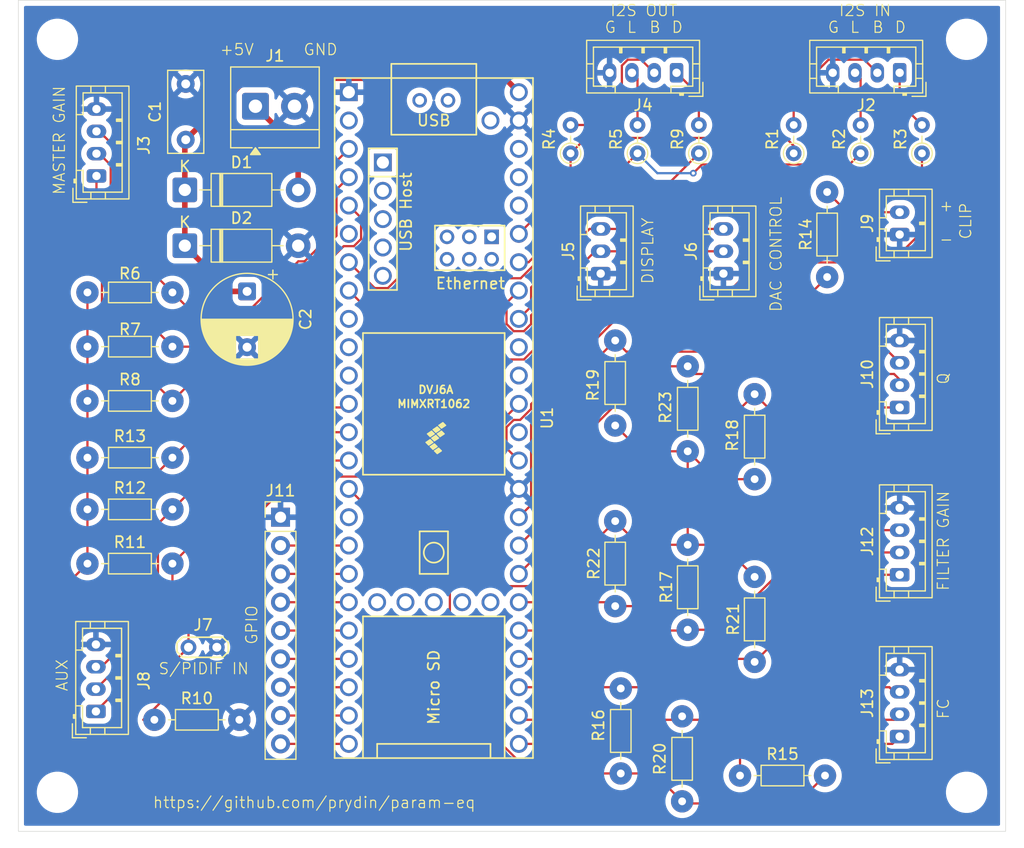
<source format=kicad_pcb>
(kicad_pcb (version 20241229) (generator "pcbnew") (generator_version "9.0")
  (layers (0 "F.Cu" signal) (2 "B.Cu" signal) (13 "F.Paste" user) (15 "B.Paste" user) (5 "F.SilkS" user "F.Silkscreen") (7 "B.SilkS" user "B.Silkscreen") (1 "F.Mask" user) (3 "B.Mask" user) (25 "Edge.Cuts" user))
  (net 0 "")
  (net 1 "/+5V")
  (net 2 "Net-(D1-K)")
  (net 3 "GND")
  (net 4 "+3.3V")
  (net 5 "/SP_B")
  (net 6 "/SP_A")
  (net 7 "/SPBTN")
  (net 8 "/Q_B")
  (net 9 "Net-(U1-13_SCK_LED)")
  (net 10 "/CLIP")
  (net 11 "/FC_B")
  (net 12 "/FC_A")
  (net 13 "/FCBTN")
  (net 14 "/FG")
  (net 15 "/FG_A")
  (net 16 "/FGBTN")
  (net 17 "/Q_A")
  (net 18 "/QBTN")
  (net 19 "/MGBTN")
  (net 20 "/MG_A")
  (net 21 "/MG_B")
  (net 22 "Net-(U1-20_A6_TX5_LRCLK1)")
  (net 23 "/LRCLK_O")
  (net 24 "/BCLK_O")
  (net 25 "/BCLK_I")
  (net 26 "Net-(U1-5_IN2)")
  (net 27 "/DATA_O")
  (net 28 "Net-(U1-6_OUT1D)")
  (net 29 "/DATA_I")
  (net 30 "/LRCLK_I")
  (net 31 "/GPIO4")
  (net 36 "/GPIO6")
  (net 37 "/GPIO8")
  (net 41 "/GPIO2")
  (net 50 "/GPIO1")
  (net 54 "/SDA")
  (net 57 "/SCL")
  (net 60 "/GPIO7")
  (net 64 "/GPIO3")
  (net 65 "/GPIO5")
  (net 71 "Net-(U1-21_A7_RX5_BCLK1)")
  (net 73 "Net-(J7-In)")
  (footprint "MountingHole:MountingHole_3.2mm_M3" (layer "F.Cu") (at 97.5 48.5)
    (property "Reference" "H1" (hide yes))
    (property "Value" "MountingHole")
  )
  (footprint "Resistor_THT:R_Axial_DIN0204_L3.6mm_D1.6mm_P2.54mm_Vertical" (layer "F.Cu") (at 169.5 58.72 90)
    (property "Reference" "R2")
    (property "Value" "100")
  )
  (footprint "TerminalBlock_4Ucon:TerminalBlock_4Ucon_1x02_P3.50mm_Horizontal" (layer "F.Cu") (at 115.25 54.5)
    (property "Reference" "J1")
    (property "Value" "POWER")
  )
  (footprint "Connector_JST:JST_PH_B4B-PH-K_1x04_P2.00mm_Vertical" (layer "F.Cu") (at 100.95 108.75 90)
    (property "Reference" "J8")
    (property "Value" "SPARE")
  )
  (footprint "Custom:R_Axial_DIN0204_L3.6mm_D1.6mm_P7.62mm_Horizontal_HandSolder" (layer "F.Cu") (at 147.5 75.5 -90)
    (property "Reference" "R19")
    (property "Value" "4.7k")
  )
  (footprint "MountingHole:MountingHole_3.2mm_M3" (layer "F.Cu") (at 179 116)
    (property "Reference" "H3" (hide yes))
    (property "Value" "MountingHole")
  )
  (footprint "Connector_JST:JST_PH_B2B-PH-K_1x02_P2.00mm_Vertical" (layer "F.Cu") (at 173 66 90)
    (property "Reference" "J9")
    (property "Value" "CLIP_LED")
  )
  (footprint "MountingHole:MountingHole_3.2mm_M3" (layer "F.Cu") (at 97.5 116)
    (property "Reference" "H4" (hide yes))
    (property "Value" "MountingHole")
  )
  (footprint "Connector_JST:JST_PH_B4B-PH-K_1x04_P2.00mm_Vertical" (layer "F.Cu") (at 173 51.5 180)
    (property "Reference" "J2")
    (property "Value" "I2S_IN")
  )
  (footprint "Custom:R_Axial_DIN0204_L3.6mm_D1.6mm_P7.62mm_Horizontal_HandSolder" (layer "F.Cu") (at 154 101.43 90)
    (property "Reference" "R17")
    (property "Value" "4.7k")
  )
  (footprint "Custom:R_Axial_DIN0204_L3.6mm_D1.6mm_P7.62mm_Horizontal_HandSolder" (layer "F.Cu") (at 160 80.31 -90)
    (property "Reference" "R18")
    (property "Value" "4.7k")
  )
  (footprint "Diode_THT:D_DO-41_SOD81_P10.16mm_Horizontal" (layer "F.Cu") (at 108.92 67)
    (property "Reference" "D2")
    (property "Value" "1N5233")
  )
  (footprint "Capacitor_THT:CP_Radial_D8.0mm_P5.00mm" (layer "F.Cu") (at 114.5 71.097349 -90)
    (property "Reference" "C2")
    (property "Value" "100u")
  )
  (footprint "Custom:R_Axial_DIN0204_L3.6mm_D1.6mm_P7.62mm_Horizontal_HandSolder" (layer "F.Cu") (at 153.5 109.19 -90)
    (property "Reference" "R20")
    (property "Value" "4.7k")
  )
  (footprint "Connector_JST:JST_PH_B4B-PH-K_1x04_P2.00mm_Vertical" (layer "F.Cu") (at 173 111 90)
    (property "Reference" "J13")
    (property "Value" "FC")
  )
  (footprint "Custom:Teensy41" (layer "F.Cu") (at 131.24 82.45 -90)
    (property "Reference" "U1")
    (property "Value" "Teensy4.1")
  )
  (footprint "Custom:R_Axial_DIN0204_L3.6mm_D1.6mm_P7.62mm_Horizontal_HandSolder" (layer "F.Cu") (at 106.19 109.5)
    (property "Reference" "R10")
    (property "Value" "75")
  )
  (footprint "Custom:R_Axial_DIN0204_L3.6mm_D1.6mm_P7.62mm_Horizontal_HandSolder" (layer "F.Cu") (at 100.19 86)
    (property "Reference" "R13")
    (property "Value" "4.7k")
  )
  (footprint "Resistor_THT:R_Axial_DIN0204_L3.6mm_D1.6mm_P2.54mm_Vertical" (layer "F.Cu") (at 175 58.72 90)
    (property "Reference" "R3")
    (property "Value" "100")
  )
  (footprint "Custom:R_Axial_DIN0204_L3.6mm_D1.6mm_P7.62mm_Horizontal_HandSolder" (layer "F.Cu") (at 166.5 69.81 90)
    (property "Reference" "R14")
    (property "Value" "180")
  )
  (footprint "Connector_JST:JST_PH_B4B-PH-K_1x04_P2.00mm_Vertical" (layer "F.Cu") (at 173 81.5 90)
    (property "Reference" "J10")
    (property "Value" "Q")
  )
  (footprint "TestPoint:TestPoint_2Pads_Pitch2.54mm_Drill0.8mm" (layer "F.Cu") (at 109.25 103)
    (property "Reference" "J7")
    (property "Value" "S/PDIF")
  )
  (footprint "Custom:R_Axial_DIN0204_L3.6mm_D1.6mm_P7.62mm_Horizontal_HandSolder" (layer "F.Cu") (at 100.19 95.5)
    (property "Reference" "R11")
    (property "Value" "4.7k")
  )
  (footprint "Custom:R_Axial_DIN0204_L3.6mm_D1.6mm_P7.62mm_Horizontal_HandSolder" (layer "F.Cu") (at 158.69 114.5)
    (property "Reference" "R15")
    (property "Value" "4.7k")
  )
  (footprint "Connector_JST:JST_PH_B4B-PH-K_1x04_P2.00mm_Vertical" (layer "F.Cu") (at 101 60.75 90)
    (property "Reference" "J3")
    (property "Value" "MGAIN")
  )
  (footprint "Custom:C_Rect_L7.2mm_W3.0mm_P5.00mm_FKS2_FKP2_MKS2_MKP2_HandSolder" (layer "F.Cu") (at 109 57.5 90)
    (property "Reference" "C1")
    (property "Value" "100n")
  )
  (footprint "Resistor_THT:R_Axial_DIN0204_L3.6mm_D1.6mm_P2.54mm_Vertical" (layer "F.Cu") (at 143.5 58.72 90)
    (property "Reference" "R4")
    (property "Value" "100")
  )
  (footprint "Custom:R_Axial_DIN0204_L3.6mm_D1.6mm_P7.62mm_Horizontal_HandSolder" (layer "F.Cu") (at 100.19 90.638)
    (property "Reference" "R12")
    (property "Value" "4.7k")
  )
  (footprint "MountingHole:MountingHole_3.2mm_M3" (layer "F.Cu") (at 179 48.5)
    (property "Reference" "H2" (hide yes))
    (property "Value" "MountingHole")
  )
  (footprint "Connector_JST:JST_PH_B3B-PH-K_1x03_P2.00mm_Vertical" (layer "F.Cu") (at 157.2 69.5 90)
    (property "Reference" "J6")
    (property "Value" "DAC_CONTROL")
  )
  (footprint "Custom:R_Axial_DIN0204_L3.6mm_D1.6mm_P7.62mm_Horizontal_HandSolder" (layer "F.Cu") (at 107.81 71.19 180)
    (property "Reference" "R6")
    (property "Value" "4.7k")
  )
  (footprint "Connector_JST:JST_PH_B4B-PH-K_1x04_P2.00mm_Vertical" (layer "F.Cu") (at 173 96.5 90)
    (property "Reference" "J12")
    (property "Value" "GAIN")
  )
  (footprint "Diode_THT:D_DO-41_SOD81_P10.16mm_Horizontal" (layer "F.Cu") (at 108.92 62)
    (property "Reference" "D1")
    (property "Value" "SB140")
  )
  (footprint "Custom:R_Axial_DIN0204_L3.6mm_D1.6mm_P7.62mm_Horizontal_HandSolder" (layer "F.Cu") (at 148 106.69 -90)
    (property "Reference" "R16")
    (property "Value" "4.7k")
  )
  (footprint "Custom:R_Axial_DIN0204_L3.6mm_D1.6mm_P7.62mm_Horizontal_HandSolder" (layer "F.Cu") (at 107.81 80.914 180)
    (property "Reference" "R8")
    (property "Value" "4.7k")
  )
  (footprint "Resistor_THT:R_Axial_DIN0204_L3.6mm_D1.6mm_P2.54mm_Vertical" (layer "F.Cu") (at 149.5 58.72 90)
    (property "Reference" "R5")
    (property "Value" "100")
  )
  (footprint "Connector_PinHeader_2.54mm:PinHeader_1x09_P2.54mm_Vertical" (layer "F.Cu") (at 117.5 91.34)
    (property "Reference" "J11")
    (property "Value" "GPIO")
  )
  (footprint "Connector_JST:JST_PH_B4B-PH-K_1x04_P2.00mm_Vertical" (layer "F.Cu") (at 153 51.5 180)
    (property "Reference" "J4")
    (property "Value" "I2S_IN")
  )
  (footprint "Custom:R_Axial_DIN0204_L3.6mm_D1.6mm_P7.62mm_Horizontal_HandSolder" (layer "F.Cu") (at 147.5 99.31 90)
    (property "Reference" "R22")
    (property "Value" "4.7k")
  )
  (footprint "Resistor_THT:R_Axial_DIN0204_L3.6mm_D1.6mm_P2.54mm_Vertical" (layer "F.Cu") (at 155 58.72 90)
    (property "Reference" "R9")
    (property "Value" "100")
  )
  (footprint "Resistor_THT:R_Axial_DIN0204_L3.6mm_D1.6mm_P2.54mm_Vertical" (layer "F.Cu") (at 163.5 58.72 90)
    (property "Reference" "R1")
    (property "Value" "100")
  )
  (footprint "Connector_JST:JST_PH_B3B-PH-K_1x03_P2.00mm_Vertical" (layer "F.Cu") (at 146.2 69.5 90)
    (property "Reference" "J5")
    (property "Value" "DISPLAY")
  )
  (footprint "Custom:R_Axial_DIN0204_L3.6mm_D1.6mm_P7.62mm_Horizontal_HandSolder" (layer "F.Cu") (at 154 77.81 -90)
    (property "Reference" "R23")
    (property "Value" "4.7k")
  )
  (footprint "Custom:R_Axial_DIN0204_L3.6mm_D1.6mm_P7.62mm_Horizontal_HandSolder" (layer "F.Cu") (at 107.81 76.052 180)
    (property "Reference" "R7")
    (property "Value" "4.7k")
  )
  (footprint "Custom:R_Axial_DIN0204_L3.6mm_D1.6mm_P7.62mm_Horizontal_HandSolder" (layer "F.Cu") (at 160 104.31 90)
    (property "Reference" "R21")
    (property "Value" "4.7k")
  )
  (gr_rect (start 94 45) (end 182.5 119.5) (stroke (width 0.05)) (fill no) (layer "Edge.Cuts"))
  (gr_text "CLIP" (at 179.5 66.5 90) (layer "F.SilkS") (effects (font (size 1 1) (thickness 0.1)) (justify left bottom)))
  (gr_text "MASTER GAIN" (at 98.25 62.5 90) (layer "F.SilkS") (effects (font (size 1 1) (thickness 0.1)) (justify left bottom)))
  (gr_text "L" (at 168.5 48 0) (layer "F.SilkS") (effects (font (size 1 1) (thickness 0.1)) (justify left bottom)))
  (gr_text "L" (at 148.5 48 0) (layer "F.SilkS") (effects (font (size 1 1) (thickness 0.1)) (justify left bottom)))
  (gr_text "GND" (at 119.5 50 0) (layer "F.SilkS") (effects (font (size 1 1) (thickness 0.1)) (justify left bottom)))
  (gr_text "B" (at 150.5 48 0) (layer "F.SilkS") (effects (font (size 1 1) (thickness 0.1)) (justify left bottom)))
  (gr_text "B" (at 170.5 48 0) (layer "F.SilkS") (effects (font (size 1 1) (thickness 0.1)) (justify left bottom)))
  (gr_text "-" (at 176.5 67 0) (layer "F.SilkS") (effects (font (size 1 1) (thickness 0.1)) (justify left bottom)))
  (gr_text "D" (at 172.5 48 0) (layer "F.SilkS") (effects (font (size 1 1) (thickness 0.1)) (justify left bottom)))
  (gr_text "https://github.com/prydin/param-eq" (at 106 117.5 0) (layer "F.SilkS") (effects (font (size 1 1) (thickness 0.1)) (justify left bottom)))
  (gr_text "I2S IN" (at 167.5 46.5 0) (layer "F.SilkS") (effects (font (size 1 1) (thickness 0.1)) (justify left bottom)))
  (gr_text "FILTER GAIN" (at 177.5 98 90) (layer "F.SilkS") (effects (font (size 1 1) (thickness 0.1)) (justify left bottom)))
  (gr_text "+" (at 176.5 64 0) (layer "F.SilkS") (effects (font (size 1 1) (thickness 0.1)) (justify left bottom)))
  (gr_text "S/PIDIF IN" (at 106.5 105.5 0) (layer "F.SilkS") (effects (font (size 1 1) (thickness 0.1)) (justify left bottom)))
  (gr_text "DAC CONTROL" (at 162.5 73 90) (layer "F.SilkS") (effects (font (size 1 1) (thickness 0.1)) (justify left bottom)))
  (gr_text "FC" (at 177.5 109.5 90) (layer "F.SilkS") (effects (font (size 1 1) (thickness 0.1)) (justify left bottom)))
  (gr_text "GPIO" (at 115.5 102.825 90) (layer "F.SilkS") (effects (font (size 1 1) (thickness 0.1)) (justify left bottom)))
  (gr_text "AUX" (at 98.5 107 90) (layer "F.SilkS") (effects (font (size 1 1) (thickness 0.1)) (justify left bottom)))
  (gr_text "DISPLAY" (at 151 70.5 90) (layer "F.SilkS") (effects (font (size 1 1) (thickness 0.1)) (justify left bottom)))
  (gr_text "G" (at 146.5 48 0) (layer "F.SilkS") (effects (font (size 1 1) (thickness 0.1)) (justify left bottom)))
  (gr_text "Q" (at 177.5 79.5 90) (layer "F.SilkS") (effects (font (size 1 1) (thickness 0.1)) (justify left bottom)))
  (gr_text "I2S OUT" (at 147 46.5 0) (layer "F.SilkS") (effects (font (size 1 1) (thickness 0.1)) (justify left bottom)))
  (gr_text "G" (at 166.5 48 0) (layer "F.SilkS") (effects (font (size 1 1) (thickness 0.1)) (justify left bottom)))
  (gr_text "+5V" (at 112 50 0) (layer "F.SilkS") (effects (font (size 1 1) (thickness 0.1)) (justify left bottom)))
  (gr_text "D" (at 152.5 48 0) (layer "F.SilkS") (effects (font (size 1 1) (thickness 0.1)) (justify left bottom)))
  (segment (start 119.08 58.33) (end 115.25 54.5) (width 0.5) (layer "F.Cu") (net 1))
  (segment (start 119.08 62) (end 119.08 58.33) (width 0.5) (layer "F.Cu") (net 1))
  (segment (start 114.511 51.989) (end 137.609 51.989) (width 0.5) (layer "F.Cu") (net 2))
  (segment (start 137.609 51.989) (end 138.86 53.24) (width 0.5) (layer "F.Cu") (net 2))
  (segment (start 108.92 57.58) (end 109 57.5) (width 0.5) (layer "F.Cu") (net 2))
  (segment (start 108.92 62) (end 108.92 57.58) (width 0.5) (layer "F.Cu") (net 2))
  (segment (start 109 57.5) (end 114.511 51.989) (width 0.5) (layer "F.Cu") (net 2))
  (segment (start 113.017349 71.097349) (end 108.92 67) (width 0.5) (layer "F.Cu") (net 2))
  (segment (start 108.92 67) (end 108.92 62) (width 0.5) (layer "F.Cu") (net 2))
  (segment (start 114.5 71.097349) (end 113.017349 71.097349) (width 0.5) (layer "F.Cu") (net 2))
  (segment (start 153.5 116.81) (end 153.69 117) (width 0.2) (layer "F.Cu") (net 4))
  (segment (start 132.679 107.03605) (end 139.95295 114.31) (width 0.2) (layer "F.Cu") (net 4))
  (segment (start 96.5 99.19) (end 96.5 109) (width 0.2) (layer "F.Cu") (net 4))
  (segment (start 157.12 93.81) (end 154 93.81) (width 0.2) (layer "F.Cu") (net 4))
  (segment (start 154 85.43) (end 156.5 87.93) (width 0.2) (layer "F.Cu") (net 4))
  (segment (start 163.81 117) (end 166.31 114.5) (width 0.2) (layer "F.Cu") (net 4))
  (segment (start 132.679 98) (end 132.679 107.03605) (width 0.2) (layer "F.Cu") (net 4))
  (segment (start 154 85.43) (end 154 93.81) (width 0.2) (layer "F.Cu") (net 4))
  (segment (start 148 114.31) (end 151 114.31) (width 0.2) (layer "F.Cu") (net 4))
  (segment (start 151 114.31) (end 153.5 116.81) (width 0.2) (layer "F.Cu") (net 4))
  (segment (start 132.679 97.859) (end 132.679 98) (width 0.2) (layer "F.Cu") (net 4))
  (segment (start 100.19 95.5) (end 96.5 99.19) (width 0.2) (layer "F.Cu") (net 4))
  (segment (start 139.95295 114.31) (end 148 114.31) (width 0.2) (layer "F.Cu") (net 4))
  (segment (start 149.81 85.43) (end 147.5 83.12) (width 0.2) (layer "F.Cu") (net 4))
  (segment (start 154 85.43) (end 149.81 85.43) (width 0.2) (layer "F.Cu") (net 4))
  (segment (start 133.158 97.521) (end 132.679 98) (width 0.2) (layer "F.Cu") (net 4))
  (segment (start 156.5 87.93) (end 160 87.93) (width 0.2) (layer "F.Cu") (net 4))
  (segment (start 101.81 114.31) (end 139.95295 114.31) (width 0.2) (layer "F.Cu") (net 4))
  (segment (start 141.669 97.521) (end 133.158 97.521) (width 0.2) (layer "F.Cu") (net 4))
  (segment (start 123.62 88.8) (end 132.679 97.859) (width 0.2) (layer "F.Cu") (net 4))
  (segment (start 160 96.69) (end 157.12 93.81) (width 0.2) (layer "F.Cu") (net 4))
  (segment (start 100.19 71.19) (end 100.19 95.5) (width 0.2) (layer "F.Cu") (net 4))
  (segment (start 153.69 117) (end 163.81 117) (width 0.2) (layer "F.Cu") (net 4))
  (segment (start 149.62 93.81) (end 154 93.81) (width 0.2) (layer "F.Cu") (net 4))
  (segment (start 147.5 91.69) (end 149.62 93.81) (width 0.2) (layer "F.Cu") (net 4))
  (segment (start 96.5 109) (end 101.81 114.31) (width 0.2) (layer "F.Cu") (net 4))
  (segment (start 147.5 91.69) (end 141.669 97.521) (width 0.2) (layer "F.Cu") (net 4))
  (segment (start 101 108.69) (end 107.81 101.88) (width 0.2) (layer "F.Cu") (net 5))
  (segment (start 117.05 86.26) (end 123.62 86.26) (width 0.2) (layer "F.Cu") (net 5))
  (segment (start 107.81 95.5) (end 117.05 86.26) (width 0.2) (layer "F.Cu") (net 5))
  (segment (start 107.81 101.88) (end 107.81 95.5) (width 0.2) (layer "F.Cu") (net 5))
  (segment (start 107.81 90.638) (end 114.728 83.72) (width 0.2) (layer "F.Cu") (net 6))
  (segment (start 114.728 83.72) (end 123.62 83.72) (width 0.2) (layer "F.Cu") (net 6))
  (segment (start 106.509 101.181) (end 106.509 91.939) (width 0.2) (layer "F.Cu") (net 6))
  (segment (start 106.509 91.939) (end 107.81 90.638) (width 0.2) (layer "F.Cu") (net 6))
  (segment (start 101 106.69) (end 106.509 101.181) (width 0.2) (layer "F.Cu") (net 6))
  (segment (start 123.3 81.5) (end 123.62 81.18) (width 0.2) (layer "F.Cu") (net 7))
  (segment (start 106.108 100.082) (end 106.108 87.702) (width 0.2) (layer "F.Cu") (net 7))
  (segment (start 101 105.19) (end 106.108 100.082) (width 0.2) (layer "F.Cu") (net 7))
  (segment (start 112.31 81.5) (end 123.3 81.5) (width 0.2) (layer "F.Cu") (net 7))
  (segment (start 106.108 87.702) (end 107.81 86) (width 0.2) (layer "F.Cu") (net 7))
  (segment (start 107.81 86) (end 112.31 81.5) (width 0.2) (layer "F.Cu") (net 7))
  (segment (start 140.763 88.017108) (end 140.763 94.517) (width 0.2) (layer "F.Cu") (net 8))
  (segment (start 140.763 94.517) (end 138.86 96.42) (width 0.2) (layer "F.Cu") (net 8))
  (segment (start 161.19 81.5) (end 173 81.5) (width 0.2) (layer "F.Cu") (net 8))
  (segment (start 158.81 81.5) (end 147.280108 81.5) (width 0.2) (layer "F.Cu") (net 8))
  (segment (start 147.280108 81.5) (end 140.763 88.017108) (width 0.2) (layer "F.Cu") (net 8))
  (segment (start 160 80.31) (end 161.19 81.5) (width 0.2) (layer "F.Cu") (net 8))
  (segment (start 160 80.31) (end 158.81 81.5) (width 0.2) (layer "F.Cu") (net 8))
  (segment (start 138.40395 82.619) (end 138.97805 82.619) (width 0.2) (layer "F.Cu") (net 9))
  (segment (start 138.86 86.26) (end 137.759 85.159) (width 0.2) (layer "F.Cu") (net 9))
  (segment (start 137.759 83.26395) (end 138.40395 82.619) (width 0.2) (layer "F.Cu") (net 9))
  (segment (start 148.660108 72.5) (end 163.81 72.5) (width 0.2) (layer "F.Cu") (net 9))
  (segment (start 139.961 81.199108) (end 148.660108 72.5) (width 0.2) (layer "F.Cu") (net 9))
  (segment (start 137.759 85.159) (end 137.759 83.26395) (width 0.2) (layer "F.Cu") (net 9))
  (segment (start 163.81 72.5) (end 166.5 69.81) (width 0.2) (layer "F.Cu") (net 9))
  (segment (start 138.97805 82.619) (end 139.961 81.63605) (width 0.2) (layer "F.Cu") (net 9))
  (segment (start 139.961 81.63605) (end 139.961 81.199108) (width 0.2) (layer "F.Cu") (net 9))
  (segment (start 172.5 64) (end 168.31 64) (width 0.2) (layer "F.Cu") (net 10))
  (segment (start 168.31 64) (end 166.5 62.19) (width 0.2) (layer "F.Cu") (net 10))
  (segment (start 158.69 111.97) (end 159 111.66) (width 0.2) (layer "F.Cu") (net 11))
  (segment (start 138.86 111.66) (end 159 111.66) (width 0.2) (layer "F.Cu") (net 11))
  (segment (start 159 111.66) (end 172.34 111.66) (width 0.2) (layer "F.Cu") (net 11))
  (segment (start 172.34 111.66) (end 173 111) (width 0.2) (layer "F.Cu") (net 11))
  (segment (start 158.69 114.5) (end 158.69 111.97) (width 0.2) (layer "F.Cu") (net 11))
  (segment (start 172.5 109.5) (end 173 109) (width 0.2) (layer "F.Cu") (net 12))
  (segment (start 139.24 109.5) (end 172.5 109.5) (width 0.2) (layer "F.Cu") (net 12))
  (segment (start 138.86 109.12) (end 139.24 109.5) (width 0.2) (layer "F.Cu") (net 12))
  (segment (start 172.08 106.58) (end 173 107.5) (width 0.2) (layer "F.Cu") (net 13))
  (segment (start 138.86 106.58) (end 172.08 106.58) (width 0.2) (layer "F.Cu") (net 13))
  (segment (start 138.86 104.04) (end 159.73 104.04) (width 0.2) (layer "F.Cu") (net 14))
  (segment (start 160 104.31) (end 167.81 96.5) (width 0.2) (layer "F.Cu") (net 14))
  (segment (start 159.73 104.04) (end 160 104.31) (width 0.2) (layer "F.Cu") (net 14))
  (segment (start 167.81 96.5) (end 173 96.5) (width 0.2) (layer "F.Cu") (net 14))
  (segment (start 138.86 101.5) (end 153.93 101.5) (width 0.2) (layer "F.Cu") (net 15))
  (segment (start 167 94.5) (end 172.5 94.5) (width 0.2) (layer "F.Cu") (net 15))
  (segment (start 154 101.43) (end 160.07 101.43) (width 0.2) (layer "F.Cu") (net 15))
  (segment (start 160.07 101.43) (end 167 94.5) (width 0.2) (layer "F.Cu") (net 15))
  (segment (start 172.5 94.5) (end 173 94) (width 0.2) (layer "F.Cu") (net 15))
  (segment (start 153.93 101.5) (end 154 101.43) (width 0.2) (layer "F.Cu") (net 15))
  (segment (start 166.029892 92.5) (end 173 92.5) (width 0.2) (layer "F.Cu") (net 16))
  (segment (start 147.5 99.31) (end 159.219892 99.31) (width 0.2) (layer "F.Cu") (net 16))
  (segment (start 159.219892 99.31) (end 166.029892 92.5) (width 0.2) (layer "F.Cu") (net 16))
  (segment (start 138.86 98.96) (end 147.15 98.96) (width 0.2) (layer "F.Cu") (net 16))
  (segment (start 147.15 98.96) (end 147.5 99.31) (width 0.2) (layer "F.Cu") (net 16))
  (segment (start 140.362 87.138) (end 140.362 92.378) (width 0.2) (layer "F.Cu") (net 17))
  (segment (start 149.69 77.81) (end 140.362 87.138) (width 0.2) (layer "F.Cu") (net 17))
  (segment (start 140.362 92.378) (end 138.86 93.88) (width 0.2) (layer "F.Cu") (net 17))
  (segment (start 172.5 78.5) (end 173 79) (width 0.2) (layer "F.Cu") (net 17))
  (segment (start 154.69 78.5) (end 172.5 78.5) (width 0.2) (layer "F.Cu") (net 17))
  (segment (start 154 77.81) (end 149.69 77.81) (width 0.2) (layer "F.Cu") (net 17))
  (segment (start 154 77.81) (end 154.69 78.5) (width 0.2) (layer "F.Cu") (net 17))
  (segment (start 147.5 75.5) (end 148.5 76.5) (width 0.2) (layer "F.Cu") (net 18))
  (segment (start 172 76.5) (end 173 77.5) (width 0.2) (layer "F.Cu") (net 18))
  (segment (start 148.5 76.5) (end 172 76.5) (width 0.2) (layer "F.Cu") (net 18))
  (segment (start 147.5 75.5) (end 139.961 83.039) (width 0.2) (layer "F.Cu") (net 18))
  (segment (start 139.961 83.039) (end 139.961 90.239) (width 0.2) (layer "F.Cu") (net 18))
  (segment (start 139.961 90.239) (end 138.86 91.34) (width 0.2) (layer "F.Cu") (net 18))
  (segment (start 107.81 71.19) (end 103 66.38) (width 0.2) (layer "F.Cu") (net 19))
  (segment (start 119.094214 68.4) (end 119.659899 68.4) (width 0.2) (layer "F.Cu") (net 19))
  (segment (start 122.119 65.940899) (end 122.119 59.821) (width 0.2) (layer "F.Cu") (net 19))
  (segment (start 101.69 57.19) (end 101 57.19) (width 0.2) (layer "F.Cu") (net 19))
  (segment (start 122.119 59.821) (end 123.62 58.32) (width 0.2) (layer "F.Cu") (net 19))
  (segment (start 110.117107 73.497107) (end 113.997107 73.497107) (width 0.2) (layer "F.Cu") (net 19))
  (segment (start 119.659899 68.4) (end 122.119 65.940899) (width 0.2) (layer "F.Cu") (net 19))
  (segment (start 107.81 71.19) (end 110.117107 73.497107) (width 0.2) (layer "F.Cu") (net 19))
  (segment (start 103 66.38) (end 103 58.5) (width 0.2) (layer "F.Cu") (net 19))
  (segment (start 113.997107 73.497107) (end 119.094214 68.4) (width 0.2) (layer "F.Cu") (net 19))
  (segment (start 103 58.5) (end 101.69 57.19) (width 0.2) (layer "F.Cu") (net 19))
  (segment (start 122.519 66.106584) (end 122.519 61.961) (width 0.2) (layer "F.Cu") (net 20))
  (segment (start 119.264686 68.801) (end 119.824584 68.801) (width 0.2) (layer "F.Cu") (net 20))
  (segment (start 122.519 61.961) (end 123.62 60.86) (width 0.2) (layer "F.Cu") (net 20))
  (segment (start 112.013686 76.052) (end 119.264686 68.801) (width 0.2) (layer "F.Cu") (net 20))
  (segment (start 107.81 76.052) (end 102.276 70.518) (width 0.2) (layer "F.Cu") (net 20))
  (segment (start 107.81 76.052) (end 112.013686 76.052) (width 0.2) (layer "F.Cu") (net 20))
  (segment (start 102.276 70.518) (end 102.276 59.776) (width 0.2) (layer "F.Cu") (net 20))
  (segment (start 101.19 58.69) (end 101 58.69) (width 0.2) (layer "F.Cu") (net 20))
  (segment (start 119.824584 68.801) (end 122.519 66.106584) (width 0.2) (layer "F.Cu") (net 20))
  (segment (start 102.276 59.776) (end 101.19 58.69) (width 0.2) (layer "F.Cu") (net 20))
  (segment (start 121.00395 69.201) (end 123.16395 67.041) (width 0.2) (layer "F.Cu") (net 21))
  (segment (start 101.491 62.681) (end 101 62.19) (width 0.2) (layer "F.Cu") (net 21))
  (segment (start 119.523 69.201) (end 121.00395 69.201) (width 0.2) (layer "F.Cu") (net 21))
  (segment (start 101 62.19) (end 101 60.69) (width 0.2) (layer "F.Cu") (net 21))
  (segment (start 107.81 80.914) (end 119.523 69.201) (width 0.2) (layer "F.Cu") (net 21))
  (segment (start 123.16395 67.041) (end 124.07605 67.041) (width 0.2) (layer "F.Cu") (net 21))
  (segment (start 107.81 80.914) (end 101.491 74.595) (width 0.2) (layer "F.Cu") (net 21))
  (segment (start 124.721 64.501) (end 123.62 63.4) (width 0.2) (layer "F.Cu") (net 21))
  (segment (start 124.07605 67.041) (end 124.721 66.39605) (width 0.2) (layer "F.Cu") (net 21))
  (segment (start 101.491 74.595) (end 101.491 62.681) (width 0.2) (layer "F.Cu") (net 21))
  (segment (start 124.721 66.39605) (end 124.721 64.501) (width 0.2) (layer "F.Cu") (net 21))
  (segment (start 169.5 58.72) (end 168.499 59.721) (width 0.2) (layer "F.Cu") (net 22))
  (segment (start 168.499 59.721) (end 155.279 59.721) (width 0.2) (layer "F.Cu") (net 22))
  (segment (start 139.74 68.48) (end 138.86 68.48) (width 0.2) (layer "F.Cu") (net 22))
  (segment (start 149.5 58.72) (end 139.74 68.48) (width 0.2) (layer "F.Cu") (net 22))
  (segment (start 155.279 59.721) (end 154.5 60.5) (width 0.2) (layer "F.Cu") (net 22))
  (via (at 154.5 60.5) (size 0.6) (drill 0.3) (layers "F.Cu" "B.Cu") (net 22))
  (segment (start 151.28 60.5) (end 149.5 58.72) (width 0.2) (layer "B.Cu") (net 22))
  (segment (start 154.5 60.5) (end 151.28 60.5) (width 0.2) (layer "B.Cu") (net 22))
  (segment (start 149.5 52) (end 149 51.5) (width 0.2) (layer "F.Cu") (net 23))
  (segment (start 149.5 56.18) (end 149.5 52) (width 0.2) (layer "F.Cu") (net 23))
  (segment (start 149.824 50.324) (end 151 51.5) (width 0.2) (layer "F.Cu") (net 24))
  (segment (start 148.099 50.851794) (end 148.626794 50.324) (width 0.2) (layer "F.Cu") (net 24))
  (segment (start 146.32 56.18) (end 148.099 54.401) (width 0.2) (layer "F.Cu") (net 24))
  (segment (start 148.099 54.401) (end 148.099 50.851794) (width 0.2) (layer "F.Cu") (net 24))
  (segment (start 148.626794 50.324) (end 149.824 50.324) (width 0.2) (layer "F.Cu") (net 24))
  (segment (start 143.5 56.18) (end 146.32 56.18) (width 0.2) (layer "F.Cu") (net 24))
  (segment (start 169.824 50.324) (end 171 51.5) (width 0.2) (layer "F.Cu") (net 25))
  (segment (start 163.5 56.18) (end 163.5 53.450794) (width 0.2) (layer "F.Cu") (net 25))
  (segment (start 163.5 53.450794) (end 166.626794 50.324) (width 0.2) (layer "F.Cu") (net 25))
  (segment (start 166.626794 50.324) (end 169.824 50.324) (width 0.2) (layer "F.Cu") (net 25))
  (segment (start 145.59824 63.349) (end 139.02824 69.919) (width 0.2) (layer "F.Cu") (net 26))
  (segment (start 127.12685 70.8002) (end 125.9402 70.8002) (width 0.2) (layer "F.Cu") (net 26))
  (segment (start 150.371 63.349) (end 145.59824 63.349) (width 0.2) (layer "F.Cu") (net 26))
  (segment (start 125.9402 70.8002) (end 123.62 68.48) (width 0.2) (layer "F.Cu") (net 26))
  (segment (start 128.00805 69.919) (end 127.12685 70.8002) (width 0.2) (layer "F.Cu") (net 26))
  (segment (start 139.02824 69.919) (end 128.00805 69.919) (width 0.2) (layer "F.Cu") (net 26))
  (segment (start 155 58.72) (end 150.371 63.349) (width 0.2) (layer "F.Cu") (net 26))
  (segment (start 155 53.5) (end 153 51.5) (width 0.2) (layer "F.Cu") (net 27))
  (segment (start 155 56.18) (end 155 53.5) (width 0.2) (layer "F.Cu") (net 27))
  (segment (start 123.62 71.02) (end 129.801 77.201) (width 0.2) (layer "F.Cu") (net 28))
  (segment (start 129.801 77.201) (end 139.31605 77.201) (width 0.2) (layer "F.Cu") (net 28))
  (segment (start 144.41805 72.099) (end 156.71216 72.099) (width 0.2) (layer "F.Cu") (net 28))
  (segment (start 160.31116 68.5) (end 172.26116 68.5) (width 0.2) (layer "F.Cu") (net 28))
  (segment (start 175 65.76116) (end 175 58.72) (width 0.2) (layer "F.Cu") (net 28))
  (segment (start 139.31605 77.201) (end 144.41805 72.099) (width 0.2) (layer "F.Cu") (net 28))
  (segment (start 156.71216 72.099) (end 160.31116 68.5) (width 0.2) (layer "F.Cu") (net 28))
  (segment (start 172.26116 68.5) (end 175 65.76116) (width 0.2) (layer "F.Cu") (net 28))
  (segment (start 173 54.18) (end 175 56.18) (width 0.2) (layer "F.Cu") (net 29))
  (segment (start 173 51.5) (end 173 54.18) (width 0.2) (layer "F.Cu") (net 29))
  (segment (start 169.5 56.18) (end 169.5 52) (width 0.2) (layer "F.Cu") (net 30))
  (segment (start 169.5 52) (end 169 51.5) (width 0.2) (layer "F.Cu") (net 30))
  (segment (start 123.62 101.5) (end 117.5 101.5) (width 0.2) (layer "F.Cu") (net 31))
  (segment (start 123.62 106.58) (end 117.5 106.58) (width 0.2) (layer "F.Cu") (net 36))
  (segment (start 123.62 111.66) (end 117.5 111.66) (width 0.2) (layer "F.Cu") (net 37))
  (segment (start 123.62 96.42) (end 117.5 96.42) (width 0.2) (layer "F.Cu") (net 41))
  (segment (start 117.5 93.88) (end 123.62 93.88) (width 0.2) (layer "F.Cu") (net 50))
  (segment (start 139.961 72.459) (end 139.961 70.739) (width 0.2) (layer "F.Cu") (net 54))
  (segment (start 138.86 73.56) (end 139.961 72.459) (width 0.2) (layer "F.Cu") (net 54))
  (segment (start 139.961 70.739) (end 145.2 65.5) (width 0.2) (layer "F.Cu") (net 54))
  (segment (start 145.2 65.5) (end 157.2 65.5) (width 0.2) (layer "F.Cu") (net 54))
  (segment (start 139.961 73.239) (end 145.7 67.5) (width 0.2) (layer "F.Cu") (net 57))
  (segment (start 138.86 71.02) (end 137.759 72.121) (width 0.2) (layer "F.Cu") (net 57))
  (segment (start 137.759 72.121) (end 137.759 74.01605) (width 0.2) (layer "F.Cu") (net 57))
  (segment (start 139.31605 74.661) (end 139.961 74.01605) (width 0.2) (layer "F.Cu") (net 57))
  (segment (start 138.40395 74.661) (end 139.31605 74.661) (width 0.2) (layer "F.Cu") (net 57))
  (segment (start 137.759 74.01605) (end 138.40395 74.661) (width 0.2) (layer "F.Cu") (net 57))
  (segment (start 156.7 67.5) (end 157.2 67) (width 0.2) (layer "F.Cu") (net 57))
  (segment (start 139.961 74.01605) (end 139.961 73.239) (width 0.2) (layer "F.Cu") (net 57))
  (segment (start 145.7 67.5) (end 156.7 67.5) (width 0.2) (layer "F.Cu") (net 57))
  (segment (start 117.5 109.12) (end 123.62 109.12) (width 0.2) (layer "F.Cu") (net 60))
  (segment (start 117.5 98.96) (end 123.62 98.96) (width 0.2) (layer "F.Cu") (net 64))
  (segment (start 117.5 104.04) (end 123.62 104.04) (width 0.2) (layer "F.Cu") (net 65))
  (segment (start 144.88 57.34) (end 143.5 58.72) (width 0.2) (layer "F.Cu") (net 71))
  (segment (start 163.5 58.04) (end 162.8 57.34) (width 0.2) (layer "F.Cu") (net 71))
  (segment (start 162.8 57.34) (end 144.88 57.34) (width 0.2) (layer "F.Cu") (net 71))
  (segment (start 143.5 58.72) (end 143.5 61.3) (width 0.2) (layer "F.Cu") (net 71))
  (segment (start 143.5 61.3) (end 138.86 65.94) (width 0.2) (layer "F.Cu") (net 71))
  (segment (start 108.19 106.5) (end 108.19 104.06) (width 0.2) (layer "F.Cu") (net 73))
  (segment (start 118.839 87.699) (end 132.341 87.699) (width 0.2) (layer "F.Cu") (net 73))
  (segment (start 108.19 104.06) (end 109.25 103) (width 0.2) (layer "F.Cu") (net 73))
  (segment (start 109.25 97.288) (end 118.839 87.699) (width 0.2) (layer "F.Cu") (net 73))
  (segment (start 105.19 109.5) (end 108.19 106.5) (width 0.2) (layer "F.Cu") (net 73))
  (segment (start 109.25 103) (end 109.25 97.288) (width 0.2) (layer "F.Cu") (net 73))
  (segment (start 132.341 87.699) (end 138.86 81.18) (width 0.2) (layer "F.Cu") (net 73))
  (zone (net 3) (net_name "GND") (layer "B.Cu") (connect_pads (clearance 0.5)) (min_thickness 0.25) (fill yes (thermal_gap 0.5) (thermal_bridge_width 0.5))
    (polygon (pts (xy 94 45) (xy 182.5 45) (xy 182.5 119.5) (xy 94 119.5)))
  )
)
</source>
